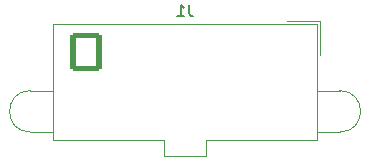
<source format=gbo>
%TF.GenerationSoftware,KiCad,Pcbnew,7.0.11*%
%TF.CreationDate,2024-08-14T14:47:57+09:00*%
%TF.ProjectId,mac_psu_atx_adapter,6d61635f-7073-4755-9f61-74785f616461,rev?*%
%TF.SameCoordinates,Original*%
%TF.FileFunction,Legend,Bot*%
%TF.FilePolarity,Positive*%
%FSLAX46Y46*%
G04 Gerber Fmt 4.6, Leading zero omitted, Abs format (unit mm)*
G04 Created by KiCad (PCBNEW 7.0.11) date 2024-08-14 14:47:57*
%MOMM*%
%LPD*%
G01*
G04 APERTURE LIST*
G04 Aperture macros list*
%AMRoundRect*
0 Rectangle with rounded corners*
0 $1 Rounding radius*
0 $2 $3 $4 $5 $6 $7 $8 $9 X,Y pos of 4 corners*
0 Add a 4 corners polygon primitive as box body*
4,1,4,$2,$3,$4,$5,$6,$7,$8,$9,$2,$3,0*
0 Add four circle primitives for the rounded corners*
1,1,$1+$1,$2,$3*
1,1,$1+$1,$4,$5*
1,1,$1+$1,$6,$7*
1,1,$1+$1,$8,$9*
0 Add four rect primitives between the rounded corners*
20,1,$1+$1,$2,$3,$4,$5,0*
20,1,$1+$1,$4,$5,$6,$7,0*
20,1,$1+$1,$6,$7,$8,$9,0*
20,1,$1+$1,$8,$9,$2,$3,0*%
G04 Aperture macros list end*
%ADD10C,0.150000*%
%ADD11C,0.120000*%
%ADD12C,3.000000*%
%ADD13RoundRect,0.250001X1.099999X1.399999X-1.099999X1.399999X-1.099999X-1.399999X1.099999X-1.399999X0*%
%ADD14O,2.700000X3.300000*%
G04 APERTURE END LIST*
D10*
X127873333Y-84484819D02*
X127873333Y-85199104D01*
X127873333Y-85199104D02*
X127920952Y-85341961D01*
X127920952Y-85341961D02*
X128016190Y-85437200D01*
X128016190Y-85437200D02*
X128159047Y-85484819D01*
X128159047Y-85484819D02*
X128254285Y-85484819D01*
X126873333Y-85484819D02*
X127444761Y-85484819D01*
X127159047Y-85484819D02*
X127159047Y-84484819D01*
X127159047Y-84484819D02*
X127254285Y-84627676D01*
X127254285Y-84627676D02*
X127349523Y-84722914D01*
X127349523Y-84722914D02*
X127444761Y-84770533D01*
D11*
%TO.C,J1*%
X140640000Y-95280000D02*
X138750000Y-95280000D01*
X140640000Y-91760000D02*
X138750000Y-91760000D01*
X138990000Y-85880000D02*
X138990000Y-88730000D01*
X138750000Y-95940000D02*
X129350000Y-95940000D01*
X138750000Y-86120000D02*
X138750000Y-95940000D01*
X136140000Y-85880000D02*
X138990000Y-85880000D01*
X129350000Y-97340000D02*
X127540000Y-97340000D01*
X129350000Y-95940000D02*
X129350000Y-97340000D01*
X127540000Y-86120000D02*
X138750000Y-86120000D01*
X127540000Y-86120000D02*
X116330000Y-86120000D01*
X125730000Y-97340000D02*
X127540000Y-97340000D01*
X125730000Y-95940000D02*
X125730000Y-97340000D01*
X116330000Y-95940000D02*
X125730000Y-95940000D01*
X116330000Y-86120000D02*
X116330000Y-95940000D01*
X114440000Y-95280000D02*
X116330000Y-95280000D01*
X114440000Y-91760000D02*
X116330000Y-91760000D01*
X140640000Y-95280000D02*
G75*
G03*
X140640000Y-91760000I0J1760000D01*
G01*
X114440000Y-91760000D02*
G75*
G03*
X114440000Y-95280000I0J-1760000D01*
G01*
%TD*%
%LPC*%
D12*
%TO.C,J2*%
X170040000Y-102060000D03*
X114440000Y-102060000D03*
D13*
X165340000Y-107100000D03*
D14*
X161140000Y-107100000D03*
X156940000Y-107100000D03*
X152740000Y-107100000D03*
X148540000Y-107100000D03*
X144340000Y-107100000D03*
X140140000Y-107100000D03*
X135940000Y-107100000D03*
X131740000Y-107100000D03*
X127540000Y-107100000D03*
X123340000Y-107100000D03*
X119140000Y-107100000D03*
X165340000Y-101600000D03*
X161140000Y-101600000D03*
X156940000Y-101600000D03*
X152740000Y-101600000D03*
X148540000Y-101600000D03*
X144340000Y-101600000D03*
X140140000Y-101600000D03*
X135940000Y-101600000D03*
X131740000Y-101600000D03*
X127540000Y-101600000D03*
X123340000Y-101600000D03*
X119140000Y-101600000D03*
%TD*%
D12*
%TO.C,J1*%
X140640000Y-93520000D03*
X114440000Y-93520000D03*
D13*
X119140000Y-88480000D03*
D14*
X123340000Y-88480000D03*
X127540000Y-88480000D03*
X131740000Y-88480000D03*
X135940000Y-88480000D03*
X119140000Y-93980000D03*
X123340000Y-93980000D03*
X127540000Y-93980000D03*
X131740000Y-93980000D03*
X135940000Y-93980000D03*
%TD*%
%LPD*%
M02*

</source>
